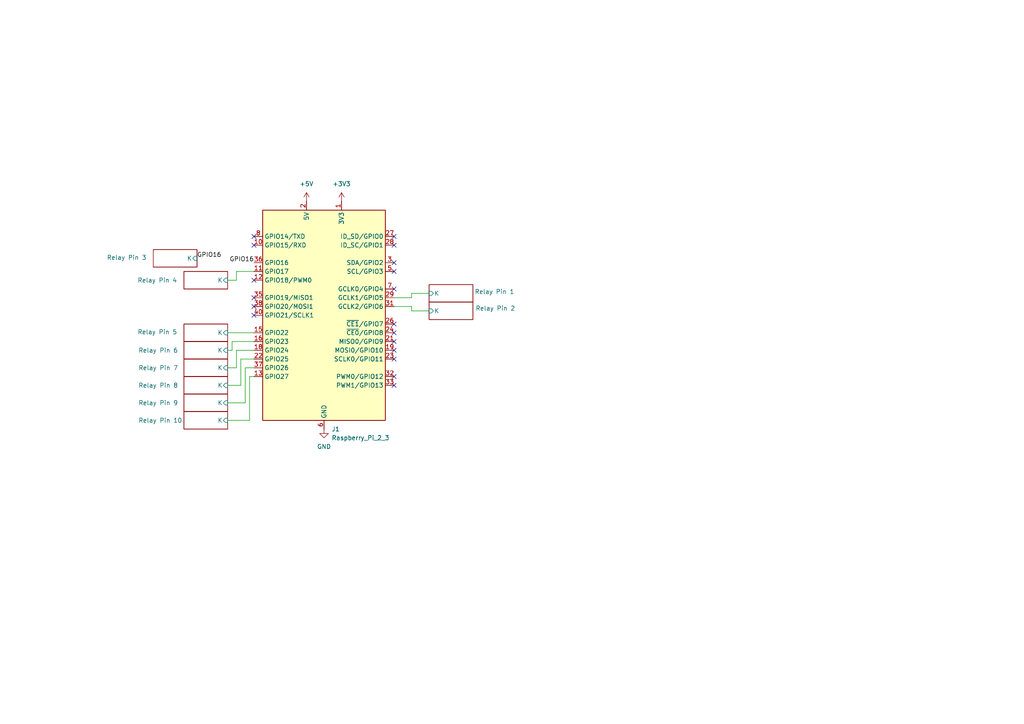
<source format=kicad_sch>
(kicad_sch (version 20231120) (generator "eeschema") (generator_version "8.0")
  (paper "A4")
  (lib_symbols
    (symbol "Connector:Raspberry_Pi_2_3"
      (property "Reference" "J" (at -17.78 31.75 0))
      (property "Value" "Raspberry_Pi_2_3" (at 10.16 -31.75 0))
      (symbol "Raspberry_Pi_2_3_0_1"
        (rectangle (start -17.78 30.48) (end 17.78 -30.48) (stroke (width 0.254)) (fill (type background)))
      )
      (symbol "Raspberry_Pi_2_3_1_1"
        (pin power_in line (at 5.08 33.02 270) (length 2.54) (name "3V3") (number "1"))
        (pin bidirectional line (at -20.32 20.32 0) (length 2.54) (name "GPIO15/RXD") (number "10"))
        (pin bidirectional line (at -20.32 12.7 0) (length 2.54) (name "GPIO17") (number "11"))
        (pin bidirectional line (at -20.32 10.16 0) (length 2.54) (name "GPIO18/PWM0") (number "12"))
        (pin bidirectional line (at -20.32 -17.78 0) (length 2.54) (name "GPIO27") (number "13"))
        (pin passive line (at 0 -33.02 90) (length 2.54) hide (name "GND") (number "14"))
        (pin bidirectional line (at -20.32 -5.08 0) (length 2.54) (name "GPIO22") (number "15"))
        (pin bidirectional line (at -20.32 -7.62 0) (length 2.54) (name "GPIO23") (number "16"))
        (pin passive line (at 5.08 33.02 270) (length 2.54) hide (name "3V3") (number "17"))
        (pin bidirectional line (at -20.32 -10.16 0) (length 2.54) (name "GPIO24") (number "18"))
        (pin bidirectional line (at 20.32 -10.16 180) (length 2.54) (name "MOSI0/GPIO10") (number "19"))
        (pin power_in line (at -5.08 33.02 270) (length 2.54) (name "5V") (number "2"))
        (pin passive line (at 0 -33.02 90) (length 2.54) hide (name "GND") (number "20"))
        (pin bidirectional line (at 20.32 -7.62 180) (length 2.54) (name "MISO0/GPIO9") (number "21"))
        (pin bidirectional line (at -20.32 -12.7 0) (length 2.54) (name "GPIO25") (number "22"))
        (pin bidirectional line (at 20.32 -12.7 180) (length 2.54) (name "SCLK0/GPIO11") (number "23"))
        (pin bidirectional line (at 20.32 -5.08 180) (length 2.54) (name "~{CE0}/GPIO8") (number "24"))
        (pin passive line (at 0 -33.02 90) (length 2.54) hide (name "GND") (number "25"))
        (pin bidirectional line (at 20.32 -2.54 180) (length 2.54) (name "~{CE1}/GPIO7") (number "26"))
        (pin bidirectional line (at 20.32 22.86 180) (length 2.54) (name "ID_SD/GPIO0") (number "27"))
        (pin bidirectional line (at 20.32 20.32 180) (length 2.54) (name "ID_SC/GPIO1") (number "28"))
        (pin bidirectional line (at 20.32 5.08 180) (length 2.54) (name "GCLK1/GPIO5") (number "29"))
        (pin bidirectional line (at 20.32 15.24 180) (length 2.54) (name "SDA/GPIO2") (number "3"))
        (pin passive line (at 0 -33.02 90) (length 2.54) hide (name "GND") (number "30"))
        (pin bidirectional line (at 20.32 2.54 180) (length 2.54) (name "GCLK2/GPIO6") (number "31"))
        (pin bidirectional line (at 20.32 -17.78 180) (length 2.54) (name "PWM0/GPIO12") (number "32"))
        (pin bidirectional line (at 20.32 -20.32 180) (length 2.54) (name "PWM1/GPIO13") (number "33"))
        (pin passive line (at 0 -33.02 90) (length 2.54) hide (name "GND") (number "34"))
        (pin bidirectional line (at -20.32 5.08 0) (length 2.54) (name "GPIO19/MISO1") (number "35"))
        (pin bidirectional line (at -20.32 15.24 0) (length 2.54) (name "GPIO16") (number "36"))
        (pin bidirectional line (at -20.32 -15.24 0) (length 2.54) (name "GPIO26") (number "37"))
        (pin bidirectional line (at -20.32 2.54 0) (length 2.54) (name "GPIO20/MOSI1") (number "38"))
        (pin passive line (at 0 -33.02 90) (length 2.54) hide (name "GND") (number "39"))
        (pin passive line (at -5.08 33.02 270) (length 2.54) hide (name "5V") (number "4"))
        (pin bidirectional line (at -20.32 0 0) (length 2.54) (name "GPIO21/SCLK1") (number "40"))
        (pin bidirectional line (at 20.32 12.7 180) (length 2.54) (name "SCL/GPIO3") (number "5"))
        (pin power_in line (at 0 -33.02 90) (length 2.54) (name "GND") (number "6"))
        (pin bidirectional line (at 20.32 7.62 180) (length 2.54) (name "GCLK0/GPIO4") (number "7"))
        (pin bidirectional line (at -20.32 22.86 0) (length 2.54) (name "GPIO14/TXD") (number "8"))
        (pin passive line (at 0 -33.02 90) (length 2.54) hide (name "GND") (number "9"))
      )
    )
    (symbol "power:+3V3" (power) (pin_numbers hide) (pin_names (offset 0) hide)
      (property "Value" "+3V3" (at 0 3.556 0))
      (symbol "+3V3_0_1"
        (polyline (pts (xy -0.762 1.27) (xy 0 2.54)))
        (polyline (pts (xy 0 0) (xy 0 2.54)))
        (polyline (pts (xy 0 2.54) (xy 0.762 1.27)))
      )
      (symbol "+3V3_1_1"
        (pin power_in line (at 0 0 90) (length 0) (name "~") (number "1"))
      )
    )
    (symbol "power:+5V" (power) (pin_numbers hide) (pin_names (offset 0) hide)
      (property "Value" "+5V" (at 0 3.556 0))
      (symbol "+5V_0_1"
        (polyline (pts (xy -0.762 1.27) (xy 0 2.54)))
        (polyline (pts (xy 0 0) (xy 0 2.54)))
        (polyline (pts (xy 0 2.54) (xy 0.762 1.27)))
      )
      (symbol "+5V_1_1"
        (pin power_in line (at 0 0 90) (length 0) (name "~") (number "1"))
      )
    )
    (symbol "power:GND" (power) (pin_numbers hide) (pin_names (offset 0) hide)
      (property "Value" "GND" (at 0 -3.81 0))
      (symbol "GND_0_1"
        (polyline (pts (xy 0 0) (xy 0 -1.27) (xy 1.27 -1.27) (xy 0 -2.54) (xy -1.27 -1.27) (xy 0 -1.27)))
      )
      (symbol "GND_1_1"
        (pin power_in line (at 0 0 270) (length 0) (name "~") (number "1"))
      )
    )
  )
  (no_connect (at 73.66 88.9))
  (no_connect (at 114.3 68.58))
  (no_connect (at 114.3 78.74))
  (no_connect (at 114.3 109.22))
  (no_connect (at 73.66 71.12))
  (no_connect (at 114.3 104.14))
  (no_connect (at 114.3 83.82))
  (no_connect (at 73.66 91.44))
  (no_connect (at 114.3 76.2))
  (no_connect (at 114.3 101.6))
  (no_connect (at 73.66 68.58))
  (no_connect (at 73.66 81.28))
  (no_connect (at 114.3 111.76))
  (no_connect (at 114.3 99.06))
  (no_connect (at 114.3 96.52))
  (no_connect (at 114.3 93.98))
  (no_connect (at 73.66 86.36))
  (no_connect (at 114.3 71.12))
  (wire (pts (xy 68.58 106.68) (xy 68.58 101.6)))
  (wire (pts (xy 72.39 109.22) (xy 73.66 109.22)))
  (wire (pts (xy 71.12 106.68) (xy 73.66 106.68)))
  (wire (pts (xy 66.04 81.28) (xy 68.58 81.28)))
  (wire (pts (xy 71.12 116.84) (xy 71.12 106.68)))
  (wire (pts (xy 66.04 101.6) (xy 67.31 101.6)))
  (wire (pts (xy 119.38 88.9) (xy 119.38 90.17)))
  (wire (pts (xy 66.04 111.76) (xy 69.85 111.76)))
  (wire (pts (xy 66.04 106.68) (xy 68.58 106.68)))
  (wire (pts (xy 119.38 85.09) (xy 124.46 85.09)))
  (wire (pts (xy 72.39 121.92) (xy 72.39 109.22)))
  (wire (pts (xy 66.04 121.92) (xy 72.39 121.92)))
  (wire (pts (xy 69.85 104.14) (xy 73.66 104.14)))
  (wire (pts (xy 119.38 86.36) (xy 114.3 86.36)))
  (wire (pts (xy 119.38 85.09) (xy 119.38 86.36)))
  (wire (pts (xy 68.58 81.28) (xy 68.58 78.74)))
  (wire (pts (xy 69.85 111.76) (xy 69.85 104.14)))
  (wire (pts (xy 67.31 101.6) (xy 67.31 99.06)))
  (wire (pts (xy 68.58 78.74) (xy 73.66 78.74)))
  (wire (pts (xy 68.58 101.6) (xy 73.66 101.6)))
  (wire (pts (xy 114.3 88.9) (xy 119.38 88.9)))
  (wire (pts (xy 67.31 99.06) (xy 73.66 99.06)))
  (wire (pts (xy 66.04 96.52) (xy 73.66 96.52)))
  (wire (pts (xy 66.04 116.84) (xy 71.12 116.84)))
  (wire (pts (xy 119.38 90.17) (xy 124.46 90.17)))
  (label "GPIO16" (at 73.66 76.2 180))
  (label "GPIO16" (at 57.15 74.93 0))
  (symbol (lib_id "power:+5V") (at 88.9 58.42 0) (unit 1)
    (property "Reference" "#PWR011" (effects (hide yes)))
    (property "Value" "+5V" (at 88.9 53.34 0))
    (property "Description" "Power symbol creates a global label with name \"+5V\"" (effects (hide yes)))
  )
  (symbol (lib_id "power:+3V3") (at 99.06 58.42 0) (unit 1)
    (property "Reference" "#PWR012" (effects (hide yes)))
    (property "Value" "+3V3" (at 99.06 53.34 0))
    (property "Description" "Power symbol creates a global label with name \"+3V3\"" (effects (hide yes)))
  )
  (symbol (lib_id "Connector:Raspberry_Pi_2_3") (at 93.98 91.44 0) (unit 1)
    (property "Reference" "J1" (at 96.1741 124.46 0) (effects (justify left)))
    (property "Value" "Raspberry_Pi_2_3" (at 96.1741 127 0) (effects (justify left)))
    (property "Footprint" "Connector_PinHeader_2.54mm:PinHeader_2x20_P2.54mm_Vertical_SMD" (effects (hide yes)))
    (property "Datasheet" "https://www.raspberrypi.org/documentation/hardware/raspberrypi/schematics/rpi_SCH_3bplus_1p0_reduced.pdf" (effects (hide yes)))
    (property "Description" "expansion header for Raspberry Pi 2 & 3" (effects (hide yes)))
  )
  (symbol (lib_id "power:GND") (at 93.98 124.46 0) (unit 1)
    (property "Reference" "#PWR013" (effects (hide yes)))
    (property "Value" "GND" (at 93.98 129.54 0))
    (property "Description" "Power symbol creates a global label with name \"GND\" , ground" (effects (hide yes)))
  )
  (sheet (at 53.34 104.14) (size 12.7 5.08) (stroke (width 0.1524))
    (property "Sheetname" "Relay Pin 7" (at 40.132 107.442 0) (effects (justify left bottom)))
    (property "Sheetfile" "relay_pin.kicad_sch" (effects (hide yes)))
    (pin "K" input (at 66.04 106.68 0))
  )
  (sheet (at 53.34 99.06) (size 12.7 5.08) (stroke (width 0.1524))
    (property "Sheetname" "Relay Pin 6" (at 40.132 102.362 0) (effects (justify left bottom)))
    (property "Sheetfile" "relay_pin.kicad_sch" (effects (hide yes)))
    (pin "K" input (at 66.04 101.6 0))
  )
  (sheet (at 44.45 72.39) (size 12.7 5.08) (stroke (width 0.1524))
    (property "Sheetname" "Relay Pin 3" (at 30.988 75.438 0) (effects (justify left bottom)))
    (property "Sheetfile" "relay_pin.kicad_sch" (effects (hide yes)))
    (pin "K" input (at 57.15 74.93 0))
  )
  (sheet (at 53.34 78.74) (size 12.7 5.08) (stroke (width 0.1524))
    (property "Sheetname" "Relay Pin 4" (at 39.878 82.042 0) (effects (justify left bottom)))
    (property "Sheetfile" "relay_pin.kicad_sch" (effects (hide yes)))
    (pin "K" input (at 66.04 81.28 0))
  )
  (sheet (at 53.34 93.98) (size 12.7 5.08) (stroke (width 0.1524))
    (property "Sheetname" "Relay Pin 5" (at 39.878 97.028 0) (effects (justify left bottom)))
    (property "Sheetfile" "relay_pin.kicad_sch" (effects (hide yes)))
    (pin "K" input (at 66.04 96.52 0))
  )
  (sheet (at 124.46 87.63) (size 12.7 5.08) (stroke (width 0.1524))
    (property "Sheetname" "Relay Pin 2" (at 137.922 90.17 0) (effects (justify left bottom)))
    (property "Sheetfile" "relay_pin.kicad_sch" (effects (hide yes)))
    (pin "K" input (at 124.46 90.17 180))
  )
  (sheet (at 53.34 114.3) (size 12.7 5.08) (stroke (width 0.1524))
    (property "Sheetname" "Relay Pin 9" (at 40.132 117.602 0) (effects (justify left bottom)))
    (property "Sheetfile" "relay_pin.kicad_sch" (effects (hide yes)))
    (pin "K" input (at 66.04 116.84 0))
  )
  (sheet (at 53.34 109.22) (size 12.7 5.08) (stroke (width 0.1524))
    (property "Sheetname" "Relay Pin 8" (at 40.132 112.522 0) (effects (justify left bottom)))
    (property "Sheetfile" "relay_pin.kicad_sch" (effects (hide yes)))
    (pin "K" input (at 66.04 111.76 0))
  )
  (sheet (at 124.46 82.55) (size 12.7 5.08) (stroke (width 0.1524))
    (property "Sheetname" "Relay Pin 1" (at 137.668 85.344 0) (effects (justify left bottom)))
    (property "Sheetfile" "relay_pin.kicad_sch" (effects (hide yes)))
    (pin "K" input (at 124.46 85.09 180))
  )
  (sheet (at 53.34 119.38) (size 12.7 5.08) (stroke (width 0.1524))
    (property "Sheetname" "Relay Pin 10" (at 40.132 122.682 0) (effects (justify left bottom)))
    (property "Sheetfile" "relay_pin.kicad_sch" (effects (hide yes)))
    (pin "K" input (at 66.04 121.92 0))
  )
)
</source>
